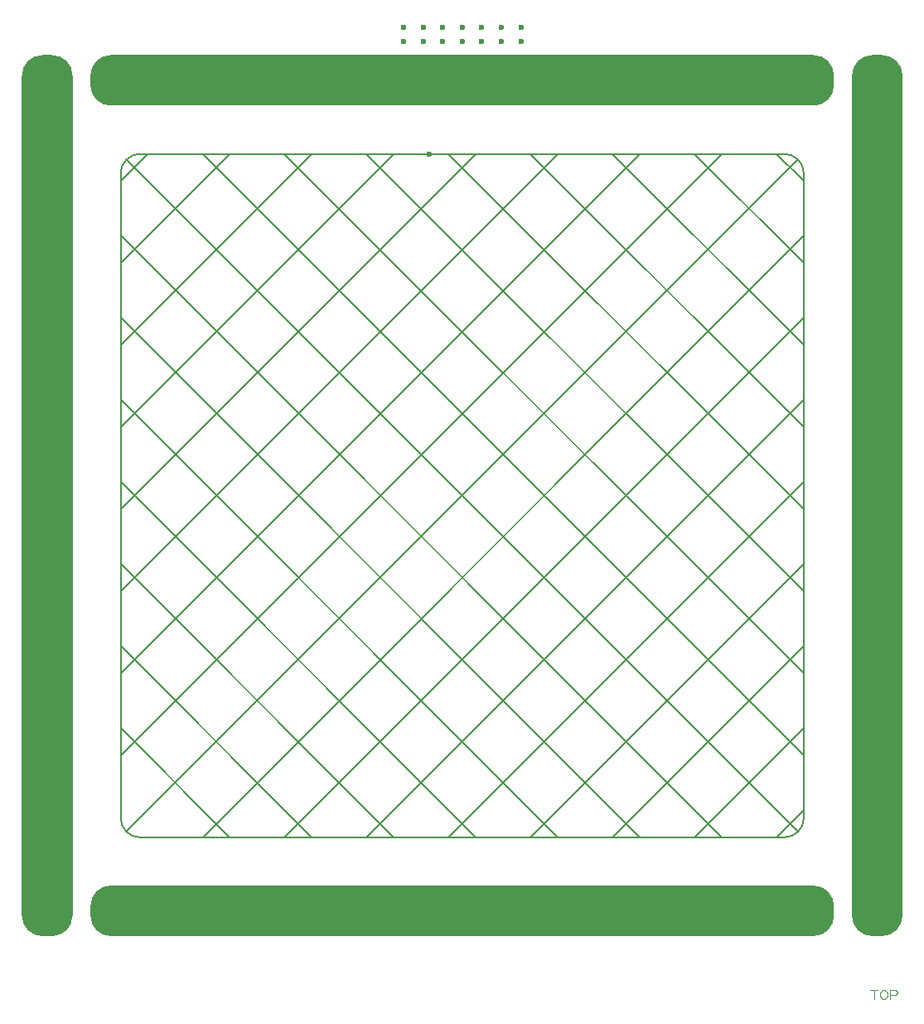
<source format=gbr>
G04 GENERATED BY PULSONIX 7.0 GERBER.DLL 4573*
%INHILLSTAR_80X80_EL_V1_0*%
%LNGERBER_TOP*%
%FSLAX33Y33*%
%IPPOS*%
%LPD*%
%OFA0B0*%
%MOMM*%
%ADD15C,0.125*%
%ADD180C,0.600*%
%ADD345C,0.150*%
X0Y0D02*
D02*
D15*
X172946Y76458D02*
X172946Y77340D01*
X172578D02*
X173313Y77340D01*
X173591Y76752D02*
X173591Y77046D01*
X173664Y77193*
X173738Y77266*
X173885Y77340*
X174032*
X174179Y77266*
X174252Y77193*
X174326Y77046*
Y76752*
X174252Y76605*
X174179Y76531*
X174032Y76458*
X173885*
X173738Y76531*
X173664Y76605*
X173591Y76752*
X174603Y76458D02*
X174603Y77340D01*
X175118*
X175265Y77266*
X175338Y77119*
X175265Y76972*
X175118Y76899*
X174603*
D02*
D180*
X90528Y157927D03*
X124878Y174262D03*
Y175662D03*
X126878Y174262D03*
Y175662D03*
X127478Y162762D03*
X128878Y172377D03*
Y174262D03*
Y175662D03*
X130878Y174262D03*
Y175662D03*
X131878Y87597D03*
X132878Y174262D03*
Y175662D03*
X134878Y174262D03*
Y175662D03*
X136878Y174262D03*
Y175662D03*
X171228Y157927D03*
D02*
D345*
X88978Y172762D02*
X87978D01*
G75*
G03X85978Y170762J-2000*
G01*
Y84962*
G75*
G03X87978Y82962I2000*
G01*
X88978*
G75*
G03X90978Y84962J2000*
G01*
Y170762*
G75*
G03X88978Y172762I-2000*
G01*
G36*
X87978*
G75*
G03X85978Y170762J-2000*
G01*
Y84962*
G75*
G03X87978Y82962I2000*
G01*
X88978*
G75*
G03X90978Y84962J2000*
G01*
Y170762*
G75*
G03X88978Y172762I-2000*
G01*
G37*
X97978Y162762D02*
G75*
G03X95978Y160762J-2000D01*
G01*
Y94962*
G75*
G03X97978Y92962I2000*
G01*
X163778*
G75*
G03X165778Y94962J2000*
G01*
Y160762*
G75*
G03X163778Y162762I-2000*
G01*
X97978*
X163001Y92962D02*
X165778Y95739D01*
X154623Y92962D02*
X165778Y104117D01*
X146245Y92962D02*
X165778Y112495D01*
X137867Y92962D02*
X165778Y120873D01*
X129490Y92962D02*
X165778Y129251D01*
X121112Y92962D02*
X165778Y137628D01*
X112734Y92962D02*
X165778Y146006D01*
X104356Y92962D02*
X165778Y154384D01*
X96564Y93548D02*
X165192Y162176D01*
X95978Y101340D02*
X157400Y162762D01*
X95978Y109718D02*
X149022Y162762D01*
X95978Y118096D02*
X140645Y162762D01*
X95978Y126473D02*
X132267Y162762D01*
X95978Y134851D02*
X123889Y162762D01*
X95978Y143229D02*
X115511Y162762D01*
X95978Y151607D02*
X107133Y162762D01*
X95978Y159985D02*
X98755Y162762D01*
X107133Y92962D02*
X95978Y104117D01*
X115511Y92962D02*
X95978Y112495D01*
X123889Y92962D02*
X95978Y120873D01*
X132267Y92962D02*
X95978Y129251D01*
X140645Y92962D02*
X95978Y137628D01*
X149022Y92962D02*
X95978Y146006D01*
X157400Y92962D02*
X95978Y154384D01*
X165192Y93548D02*
X96564Y162176D01*
X165778Y101340D02*
X104356Y162762D01*
X165778Y109718D02*
X112734Y162762D01*
X165778Y118096D02*
X121112Y162762D01*
X165778Y126473D02*
X129490Y162762D01*
X165778Y134851D02*
X137867Y162762D01*
X165778Y143229D02*
X146245Y162762D01*
X165778Y151607D02*
X154623Y162762D01*
X165778Y159985D02*
X163001Y162762D01*
X166778Y172762D02*
X94978D01*
G75*
G03X92978Y170762J-2000*
G01*
Y169762*
G75*
G03X94978Y167762I2000*
G01*
X166778*
G75*
G03X168778Y169762J2000*
G01*
Y170762*
G75*
G03X166778Y172762I-2000*
G01*
G36*
X94978*
G75*
G03X92978Y170762J-2000*
G01*
Y169762*
G75*
G03X94978Y167762I2000*
G01*
X166778*
G75*
G03X168778Y169762J2000*
G01*
Y170762*
G75*
G03X166778Y172762I-2000*
G01*
G37*
X168778Y85962D02*
Y84962D01*
G75*
G02X166778Y82962I-2000*
G01*
X94978*
G75*
G02X92978Y84962J2000*
G01*
Y85962*
G75*
G02X94978Y87962I2000*
G01*
X166778*
G75*
G02X168778Y85962J-2000*
G01*
G36*
Y84962*
G75*
G02X166778Y82962I-2000*
G01*
X94978*
G75*
G02X92978Y84962J2000*
G01*
Y85962*
G75*
G02X94978Y87962I2000*
G01*
X166778*
G75*
G02X168778Y85962J-2000*
G01*
G37*
X170778Y170762D02*
Y84962D01*
G75*
G03X172778Y82962I2000*
G01*
X173778*
G75*
G03X175778Y84962J2000*
G01*
Y170762*
G75*
G03X173778Y172762I-2000*
G01*
X172778*
G75*
G03X170778Y170762J-2000*
G01*
G36*
Y84962*
G75*
G03X172778Y82962I2000*
G01*
X173778*
G75*
G03X175778Y84962J2000*
G01*
Y170762*
G75*
G03X173778Y172762I-2000*
G01*
X172778*
G75*
G03X170778Y170762J-2000*
G01*
G37*
X0Y0D02*
M02*

</source>
